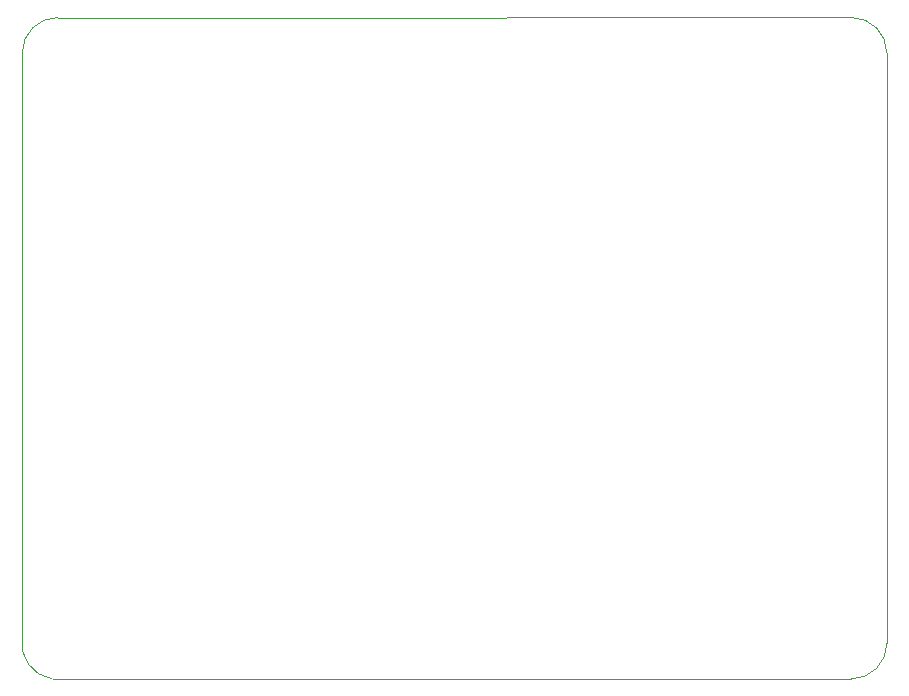
<source format=gm1>
G04 #@! TF.GenerationSoftware,KiCad,Pcbnew,(5.0.0-3-g5ebb6b6)*
G04 #@! TF.CreationDate,2018-10-04T16:31:17-06:00*
G04 #@! TF.ProjectId,Hallow,48616C6C6F772E6B696361645F706362,rev?*
G04 #@! TF.SameCoordinates,Original*
G04 #@! TF.FileFunction,Profile,NP*
%FSLAX46Y46*%
G04 Gerber Fmt 4.6, Leading zero omitted, Abs format (unit mm)*
G04 Created by KiCad (PCBNEW (5.0.0-3-g5ebb6b6)) date Thursday, October 04, 2018 at 04:31:17 PM*
%MOMM*%
%LPD*%
G01*
G04 APERTURE LIST*
%ADD10C,0.100000*%
G04 APERTURE END LIST*
D10*
X194818400Y-94018400D02*
X203098800Y-94018400D01*
X194361200Y-150000000D02*
X202997200Y-150000000D01*
X203000000Y-150000000D02*
X262000000Y-150000000D01*
X191797200Y-97000000D02*
X191797200Y-146520000D01*
X194797200Y-94000000D02*
G75*
G03X191797200Y-97000000I0J-3000000D01*
G01*
X191797200Y-146520000D02*
G75*
G03X194317200Y-150000000I3000000J-480000D01*
G01*
X265000000Y-97000000D02*
G75*
G03X262000000Y-94000000I-3000000J0D01*
G01*
X262000000Y-150000000D02*
G75*
G03X265000000Y-147000000I0J3000000D01*
G01*
X262000000Y-94000000D02*
X203098800Y-94018400D01*
X265000000Y-147000000D02*
X265000000Y-97000000D01*
M02*

</source>
